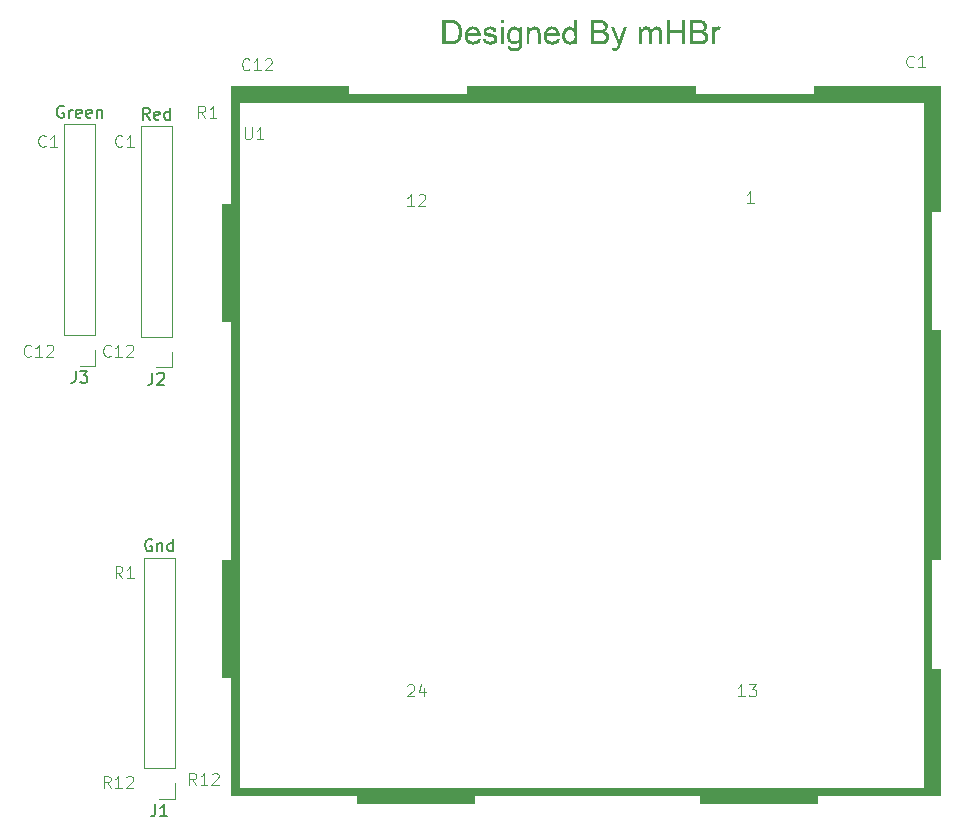
<source format=gbr>
%TF.GenerationSoftware,KiCad,Pcbnew,8.0.6*%
%TF.CreationDate,2024-11-18T08:59:04+03:30*%
%TF.ProjectId,DotMatrix,446f744d-6174-4726-9978-2e6b69636164,rev?*%
%TF.SameCoordinates,Original*%
%TF.FileFunction,Legend,Top*%
%TF.FilePolarity,Positive*%
%FSLAX46Y46*%
G04 Gerber Fmt 4.6, Leading zero omitted, Abs format (unit mm)*
G04 Created by KiCad (PCBNEW 8.0.6) date 2024-11-18 08:59:04*
%MOMM*%
%LPD*%
G01*
G04 APERTURE LIST*
%ADD10C,0.100000*%
%ADD11C,0.150000*%
%ADD12C,0.120000*%
G04 APERTURE END LIST*
D10*
X95625312Y-73777180D02*
X95577693Y-73824800D01*
X95577693Y-73824800D02*
X95434836Y-73872419D01*
X95434836Y-73872419D02*
X95339598Y-73872419D01*
X95339598Y-73872419D02*
X95196741Y-73824800D01*
X95196741Y-73824800D02*
X95101503Y-73729561D01*
X95101503Y-73729561D02*
X95053884Y-73634323D01*
X95053884Y-73634323D02*
X95006265Y-73443847D01*
X95006265Y-73443847D02*
X95006265Y-73300990D01*
X95006265Y-73300990D02*
X95053884Y-73110514D01*
X95053884Y-73110514D02*
X95101503Y-73015276D01*
X95101503Y-73015276D02*
X95196741Y-72920038D01*
X95196741Y-72920038D02*
X95339598Y-72872419D01*
X95339598Y-72872419D02*
X95434836Y-72872419D01*
X95434836Y-72872419D02*
X95577693Y-72920038D01*
X95577693Y-72920038D02*
X95625312Y-72967657D01*
X96577693Y-73872419D02*
X96006265Y-73872419D01*
X96291979Y-73872419D02*
X96291979Y-72872419D01*
X96291979Y-72872419D02*
X96196741Y-73015276D01*
X96196741Y-73015276D02*
X96101503Y-73110514D01*
X96101503Y-73110514D02*
X96006265Y-73158133D01*
X101125312Y-91527180D02*
X101077693Y-91574800D01*
X101077693Y-91574800D02*
X100934836Y-91622419D01*
X100934836Y-91622419D02*
X100839598Y-91622419D01*
X100839598Y-91622419D02*
X100696741Y-91574800D01*
X100696741Y-91574800D02*
X100601503Y-91479561D01*
X100601503Y-91479561D02*
X100553884Y-91384323D01*
X100553884Y-91384323D02*
X100506265Y-91193847D01*
X100506265Y-91193847D02*
X100506265Y-91050990D01*
X100506265Y-91050990D02*
X100553884Y-90860514D01*
X100553884Y-90860514D02*
X100601503Y-90765276D01*
X100601503Y-90765276D02*
X100696741Y-90670038D01*
X100696741Y-90670038D02*
X100839598Y-90622419D01*
X100839598Y-90622419D02*
X100934836Y-90622419D01*
X100934836Y-90622419D02*
X101077693Y-90670038D01*
X101077693Y-90670038D02*
X101125312Y-90717657D01*
X102077693Y-91622419D02*
X101506265Y-91622419D01*
X101791979Y-91622419D02*
X101791979Y-90622419D01*
X101791979Y-90622419D02*
X101696741Y-90765276D01*
X101696741Y-90765276D02*
X101601503Y-90860514D01*
X101601503Y-90860514D02*
X101506265Y-90908133D01*
X102458646Y-90717657D02*
X102506265Y-90670038D01*
X102506265Y-90670038D02*
X102601503Y-90622419D01*
X102601503Y-90622419D02*
X102839598Y-90622419D01*
X102839598Y-90622419D02*
X102934836Y-90670038D01*
X102934836Y-90670038D02*
X102982455Y-90717657D01*
X102982455Y-90717657D02*
X103030074Y-90812895D01*
X103030074Y-90812895D02*
X103030074Y-90908133D01*
X103030074Y-90908133D02*
X102982455Y-91050990D01*
X102982455Y-91050990D02*
X102411027Y-91622419D01*
X102411027Y-91622419D02*
X103030074Y-91622419D01*
X112875312Y-67277180D02*
X112827693Y-67324800D01*
X112827693Y-67324800D02*
X112684836Y-67372419D01*
X112684836Y-67372419D02*
X112589598Y-67372419D01*
X112589598Y-67372419D02*
X112446741Y-67324800D01*
X112446741Y-67324800D02*
X112351503Y-67229561D01*
X112351503Y-67229561D02*
X112303884Y-67134323D01*
X112303884Y-67134323D02*
X112256265Y-66943847D01*
X112256265Y-66943847D02*
X112256265Y-66800990D01*
X112256265Y-66800990D02*
X112303884Y-66610514D01*
X112303884Y-66610514D02*
X112351503Y-66515276D01*
X112351503Y-66515276D02*
X112446741Y-66420038D01*
X112446741Y-66420038D02*
X112589598Y-66372419D01*
X112589598Y-66372419D02*
X112684836Y-66372419D01*
X112684836Y-66372419D02*
X112827693Y-66420038D01*
X112827693Y-66420038D02*
X112875312Y-66467657D01*
X113827693Y-67372419D02*
X113256265Y-67372419D01*
X113541979Y-67372419D02*
X113541979Y-66372419D01*
X113541979Y-66372419D02*
X113446741Y-66515276D01*
X113446741Y-66515276D02*
X113351503Y-66610514D01*
X113351503Y-66610514D02*
X113256265Y-66658133D01*
X114208646Y-66467657D02*
X114256265Y-66420038D01*
X114256265Y-66420038D02*
X114351503Y-66372419D01*
X114351503Y-66372419D02*
X114589598Y-66372419D01*
X114589598Y-66372419D02*
X114684836Y-66420038D01*
X114684836Y-66420038D02*
X114732455Y-66467657D01*
X114732455Y-66467657D02*
X114780074Y-66562895D01*
X114780074Y-66562895D02*
X114780074Y-66658133D01*
X114780074Y-66658133D02*
X114732455Y-66800990D01*
X114732455Y-66800990D02*
X114161027Y-67372419D01*
X114161027Y-67372419D02*
X114780074Y-67372419D01*
X109125312Y-71372419D02*
X108791979Y-70896228D01*
X108553884Y-71372419D02*
X108553884Y-70372419D01*
X108553884Y-70372419D02*
X108934836Y-70372419D01*
X108934836Y-70372419D02*
X109030074Y-70420038D01*
X109030074Y-70420038D02*
X109077693Y-70467657D01*
X109077693Y-70467657D02*
X109125312Y-70562895D01*
X109125312Y-70562895D02*
X109125312Y-70705752D01*
X109125312Y-70705752D02*
X109077693Y-70800990D01*
X109077693Y-70800990D02*
X109030074Y-70848609D01*
X109030074Y-70848609D02*
X108934836Y-70896228D01*
X108934836Y-70896228D02*
X108553884Y-70896228D01*
X110077693Y-71372419D02*
X109506265Y-71372419D01*
X109791979Y-71372419D02*
X109791979Y-70372419D01*
X109791979Y-70372419D02*
X109696741Y-70515276D01*
X109696741Y-70515276D02*
X109601503Y-70610514D01*
X109601503Y-70610514D02*
X109506265Y-70658133D01*
G36*
X130021087Y-63129731D02*
G01*
X130128889Y-63136171D01*
X130228093Y-63148765D01*
X130269574Y-63157208D01*
X130372690Y-63188635D01*
X130465884Y-63232847D01*
X130549156Y-63289843D01*
X130564619Y-63302777D01*
X130639419Y-63375409D01*
X130704082Y-63457505D01*
X130758609Y-63549065D01*
X130803000Y-63650090D01*
X130833835Y-63745312D01*
X130857096Y-63846332D01*
X130872784Y-63953148D01*
X130880898Y-64065761D01*
X130882135Y-64132714D01*
X130879564Y-64231489D01*
X130870328Y-64338193D01*
X130854376Y-64438302D01*
X130828401Y-64543042D01*
X130796017Y-64638740D01*
X130754324Y-64733652D01*
X130701519Y-64824169D01*
X130691137Y-64839064D01*
X130625924Y-64919985D01*
X130550316Y-64991835D01*
X130507466Y-65023712D01*
X130419963Y-65072766D01*
X130326884Y-65108601D01*
X130267131Y-65125317D01*
X130165447Y-65145063D01*
X130064392Y-65155901D01*
X129966426Y-65159864D01*
X129943754Y-65160000D01*
X129216887Y-65160000D01*
X129216887Y-64909895D01*
X129483600Y-64909895D01*
X129913468Y-64909895D01*
X130018775Y-64906997D01*
X130119830Y-64896979D01*
X130218932Y-64875512D01*
X130226099Y-64873258D01*
X130316472Y-64835071D01*
X130398233Y-64777460D01*
X130406838Y-64769211D01*
X130472005Y-64689069D01*
X130521362Y-64599674D01*
X130554361Y-64515198D01*
X130580100Y-64420251D01*
X130597415Y-64314562D01*
X130605734Y-64211599D01*
X130607606Y-64128806D01*
X130603948Y-64015972D01*
X130592974Y-63913407D01*
X130570925Y-63806728D01*
X130538918Y-63714027D01*
X130503558Y-63645694D01*
X130441752Y-63559432D01*
X130364739Y-63484251D01*
X130278949Y-63430823D01*
X130251500Y-63419036D01*
X130152856Y-63394032D01*
X130054711Y-63382852D01*
X129950083Y-63378364D01*
X129906629Y-63378004D01*
X129483600Y-63378004D01*
X129483600Y-64909895D01*
X129216887Y-64909895D01*
X129216887Y-63127899D01*
X129910537Y-63127899D01*
X130021087Y-63129731D01*
G37*
G36*
X131910832Y-63666533D02*
G01*
X132009224Y-63688017D01*
X132114464Y-63731183D01*
X132209419Y-63793844D01*
X132282623Y-63863070D01*
X132345707Y-63945279D01*
X132395738Y-64039131D01*
X132432718Y-64144627D01*
X132453565Y-64241434D01*
X132465348Y-64346327D01*
X132468248Y-64436064D01*
X132467271Y-64503475D01*
X131378925Y-64503475D01*
X131392541Y-64603278D01*
X131424063Y-64700741D01*
X131479208Y-64790634D01*
X131514724Y-64828318D01*
X131597223Y-64887823D01*
X131691456Y-64925290D01*
X131797425Y-64940717D01*
X131820027Y-64941158D01*
X131923834Y-64932532D01*
X132021020Y-64903948D01*
X132052058Y-64888890D01*
X132133474Y-64826257D01*
X132193581Y-64743203D01*
X132204466Y-64722316D01*
X132460432Y-64753579D01*
X132423704Y-64851796D01*
X132374092Y-64938349D01*
X132302879Y-65021781D01*
X132236217Y-65076468D01*
X132148931Y-65126691D01*
X132050226Y-65162564D01*
X131954493Y-65182182D01*
X131850018Y-65190814D01*
X131818562Y-65191263D01*
X131703232Y-65184307D01*
X131597209Y-65163442D01*
X131500495Y-65128666D01*
X131413088Y-65079979D01*
X131334990Y-65017383D01*
X131311025Y-64993426D01*
X131247278Y-64913455D01*
X131196720Y-64822288D01*
X131159351Y-64719924D01*
X131135170Y-64606362D01*
X131125095Y-64503174D01*
X131123447Y-64437529D01*
X131128074Y-64326015D01*
X131137824Y-64253370D01*
X131392602Y-64253370D01*
X132207397Y-64253370D01*
X132186491Y-64150742D01*
X132140743Y-64057751D01*
X132114096Y-64026713D01*
X132033343Y-63964889D01*
X131938852Y-63925963D01*
X131842063Y-63910507D01*
X131807327Y-63909476D01*
X131706329Y-63918635D01*
X131607352Y-63949868D01*
X131521074Y-64003265D01*
X131453440Y-64074913D01*
X131407702Y-64170191D01*
X131392602Y-64253370D01*
X131137824Y-64253370D01*
X131141956Y-64222586D01*
X131165092Y-64127243D01*
X131205072Y-64023505D01*
X131258378Y-63931410D01*
X131312979Y-63863558D01*
X131388021Y-63794167D01*
X131470997Y-63739132D01*
X131561907Y-63698454D01*
X131660751Y-63672133D01*
X131767529Y-63660169D01*
X131804884Y-63659371D01*
X131910832Y-63666533D01*
G37*
G36*
X132664131Y-64722316D02*
G01*
X132908862Y-64691053D01*
X132940932Y-64786209D01*
X133006627Y-64864090D01*
X133023656Y-64876678D01*
X133112592Y-64918426D01*
X133216582Y-64938072D01*
X133286950Y-64941158D01*
X133384657Y-64935386D01*
X133486144Y-64910623D01*
X133539497Y-64882051D01*
X133606250Y-64809065D01*
X133622051Y-64743321D01*
X133580835Y-64653379D01*
X133548778Y-64630969D01*
X133452201Y-64596974D01*
X133355591Y-64572855D01*
X133296231Y-64559651D01*
X133200072Y-64533776D01*
X133102733Y-64505326D01*
X133001075Y-64471494D01*
X132919120Y-64437529D01*
X132836948Y-64384649D01*
X132770487Y-64311183D01*
X132759874Y-64294403D01*
X132720955Y-64204579D01*
X132705864Y-64106384D01*
X132705652Y-64092658D01*
X132718198Y-63990015D01*
X132750104Y-63906545D01*
X132806815Y-63823470D01*
X132871737Y-63763907D01*
X132960199Y-63714715D01*
X133029030Y-63690146D01*
X133125565Y-63668057D01*
X133228326Y-63659492D01*
X133242498Y-63659371D01*
X133345814Y-63664190D01*
X133449876Y-63680619D01*
X133543893Y-63708709D01*
X133638181Y-63754203D01*
X133714476Y-63816179D01*
X133735380Y-63841577D01*
X133785061Y-63932445D01*
X133814400Y-64031514D01*
X133820865Y-64065792D01*
X133579064Y-64097055D01*
X133537299Y-64005838D01*
X133483321Y-63959302D01*
X133388311Y-63921933D01*
X133287016Y-63909914D01*
X133260572Y-63909476D01*
X133154910Y-63915075D01*
X133053824Y-63938396D01*
X133017306Y-63956859D01*
X132951629Y-64029399D01*
X132944521Y-64067257D01*
X132974808Y-64140041D01*
X133061647Y-64192506D01*
X133069574Y-64195240D01*
X133164462Y-64219667D01*
X133265836Y-64243411D01*
X133287927Y-64248485D01*
X133395094Y-64278662D01*
X133498966Y-64310116D01*
X133592101Y-64341633D01*
X133653803Y-64366210D01*
X133741473Y-64418381D01*
X133809393Y-64488799D01*
X133816957Y-64499567D01*
X133859382Y-64590879D01*
X133875544Y-64692953D01*
X133876064Y-64716943D01*
X133864132Y-64817717D01*
X133828337Y-64913654D01*
X133803768Y-64956301D01*
X133740845Y-65033421D01*
X133659787Y-65096252D01*
X133595673Y-65130202D01*
X133498040Y-65164966D01*
X133401869Y-65184047D01*
X133298638Y-65191203D01*
X133287927Y-65191263D01*
X133186055Y-65187107D01*
X133079185Y-65171753D01*
X132972848Y-65140352D01*
X132883363Y-65094175D01*
X132854152Y-65073049D01*
X132778885Y-64997512D01*
X132720698Y-64903892D01*
X132683313Y-64805492D01*
X132664131Y-64722316D01*
G37*
G36*
X134163782Y-63378004D02*
G01*
X134163782Y-63127899D01*
X134410956Y-63127899D01*
X134410956Y-63378004D01*
X134163782Y-63378004D01*
G37*
G36*
X134163782Y-65160000D02*
G01*
X134163782Y-63690635D01*
X134410956Y-63690635D01*
X134410956Y-65160000D01*
X134163782Y-65160000D01*
G37*
G36*
X135429222Y-63669843D02*
G01*
X135529233Y-63701259D01*
X135620548Y-63753619D01*
X135703168Y-63826922D01*
X135746475Y-63878213D01*
X135746475Y-63690635D01*
X135974598Y-63690635D01*
X135974598Y-64959232D01*
X135972905Y-65061504D01*
X135966402Y-65171321D01*
X135952651Y-65281644D01*
X135928807Y-65384256D01*
X135905233Y-65444787D01*
X135853961Y-65528373D01*
X135786852Y-65600224D01*
X135703905Y-65660341D01*
X135685415Y-65670956D01*
X135595298Y-65711098D01*
X135494207Y-65738103D01*
X135395136Y-65751079D01*
X135315143Y-65753998D01*
X135205812Y-65748388D01*
X135106065Y-65731558D01*
X135003804Y-65698586D01*
X134914060Y-65650958D01*
X134893579Y-65636762D01*
X134816317Y-65561740D01*
X134765329Y-65468016D01*
X134742065Y-65369007D01*
X134738241Y-65285052D01*
X134978576Y-65316315D01*
X135018494Y-65410196D01*
X135062595Y-65448206D01*
X135155854Y-65486274D01*
X135256330Y-65501936D01*
X135313677Y-65503893D01*
X135413464Y-65497740D01*
X135512932Y-65474109D01*
X135578925Y-65440879D01*
X135653085Y-65370640D01*
X135700626Y-65278076D01*
X135704954Y-65264047D01*
X135718657Y-65165422D01*
X135722664Y-65062344D01*
X135723028Y-64972421D01*
X135648265Y-65045511D01*
X135565883Y-65100648D01*
X135462400Y-65141681D01*
X135363688Y-65158351D01*
X135319050Y-65160000D01*
X135211150Y-65152323D01*
X135112764Y-65129294D01*
X135010005Y-65083022D01*
X134920196Y-65015852D01*
X134853524Y-64941646D01*
X134797579Y-64856707D01*
X134753208Y-64765654D01*
X134720413Y-64668487D01*
X134699193Y-64565207D01*
X134689547Y-64455813D01*
X134688904Y-64417990D01*
X134689685Y-64400893D01*
X134942916Y-64400893D01*
X134948363Y-64510090D01*
X134967925Y-64618114D01*
X135006939Y-64718256D01*
X135056734Y-64788262D01*
X135133804Y-64852404D01*
X135231584Y-64895522D01*
X135332296Y-64909776D01*
X135342986Y-64909895D01*
X135443889Y-64898064D01*
X135542540Y-64857722D01*
X135621003Y-64796204D01*
X135628262Y-64788750D01*
X135689313Y-64699535D01*
X135724926Y-64596156D01*
X135741207Y-64485903D01*
X135744033Y-64408220D01*
X135738330Y-64305902D01*
X135717844Y-64203221D01*
X135676988Y-64105878D01*
X135624842Y-64035505D01*
X135545883Y-63969045D01*
X135457383Y-63927199D01*
X135359343Y-63909968D01*
X135338590Y-63909476D01*
X135240473Y-63921593D01*
X135143564Y-63962911D01*
X135065482Y-64025918D01*
X135058199Y-64033551D01*
X134997406Y-64122528D01*
X134961943Y-64222675D01*
X134945731Y-64327653D01*
X134942916Y-64400893D01*
X134689685Y-64400893D01*
X134693606Y-64315011D01*
X134707711Y-64216123D01*
X134734819Y-64109764D01*
X134764131Y-64030621D01*
X134812091Y-63937017D01*
X134870794Y-63856243D01*
X134948618Y-63781539D01*
X134983461Y-63756092D01*
X135078086Y-63705087D01*
X135171569Y-63675334D01*
X135272934Y-63660883D01*
X135320516Y-63659371D01*
X135429222Y-63669843D01*
G37*
G36*
X136340963Y-65160000D02*
G01*
X136340963Y-63690635D01*
X136563224Y-63690635D01*
X136563224Y-63898241D01*
X136628522Y-63817063D01*
X136703884Y-63752680D01*
X136789310Y-63705093D01*
X136884800Y-63674301D01*
X136990353Y-63660305D01*
X137027773Y-63659371D01*
X137131388Y-63667272D01*
X137227908Y-63690974D01*
X137270062Y-63707243D01*
X137356335Y-63754500D01*
X137428601Y-63822705D01*
X137435659Y-63832295D01*
X137484933Y-63922572D01*
X137512840Y-64015966D01*
X137523512Y-64118512D01*
X137526397Y-64226258D01*
X137526517Y-64257766D01*
X137526517Y-65160000D01*
X137279344Y-65160000D01*
X137279344Y-64291472D01*
X137275291Y-64190974D01*
X137257278Y-64089674D01*
X137250523Y-64070188D01*
X137193341Y-63986850D01*
X137147941Y-63953440D01*
X137051802Y-63916732D01*
X136975505Y-63909476D01*
X136872111Y-63921078D01*
X136778875Y-63955884D01*
X136702930Y-64007662D01*
X136642394Y-64086249D01*
X136607082Y-64186425D01*
X136592172Y-64283628D01*
X136588136Y-64380376D01*
X136588136Y-65160000D01*
X136340963Y-65160000D01*
G37*
G36*
X138603086Y-63666533D02*
G01*
X138701478Y-63688017D01*
X138806718Y-63731183D01*
X138901673Y-63793844D01*
X138974877Y-63863070D01*
X139037961Y-63945279D01*
X139087992Y-64039131D01*
X139124972Y-64144627D01*
X139145819Y-64241434D01*
X139157602Y-64346327D01*
X139160502Y-64436064D01*
X139159525Y-64503475D01*
X138071179Y-64503475D01*
X138084795Y-64603278D01*
X138116317Y-64700741D01*
X138171462Y-64790634D01*
X138206978Y-64828318D01*
X138289477Y-64887823D01*
X138383710Y-64925290D01*
X138489679Y-64940717D01*
X138512281Y-64941158D01*
X138616088Y-64932532D01*
X138713274Y-64903948D01*
X138744312Y-64888890D01*
X138825728Y-64826257D01*
X138885835Y-64743203D01*
X138896720Y-64722316D01*
X139152686Y-64753579D01*
X139115958Y-64851796D01*
X139066346Y-64938349D01*
X138995133Y-65021781D01*
X138928471Y-65076468D01*
X138841185Y-65126691D01*
X138742480Y-65162564D01*
X138646747Y-65182182D01*
X138542272Y-65190814D01*
X138510816Y-65191263D01*
X138395486Y-65184307D01*
X138289463Y-65163442D01*
X138192749Y-65128666D01*
X138105342Y-65079979D01*
X138027244Y-65017383D01*
X138003279Y-64993426D01*
X137939532Y-64913455D01*
X137888974Y-64822288D01*
X137851605Y-64719924D01*
X137827424Y-64606362D01*
X137817349Y-64503174D01*
X137815701Y-64437529D01*
X137820328Y-64326015D01*
X137830078Y-64253370D01*
X138084856Y-64253370D01*
X138899651Y-64253370D01*
X138878745Y-64150742D01*
X138832997Y-64057751D01*
X138806350Y-64026713D01*
X138725597Y-63964889D01*
X138631106Y-63925963D01*
X138534317Y-63910507D01*
X138499581Y-63909476D01*
X138398583Y-63918635D01*
X138299606Y-63949868D01*
X138213328Y-64003265D01*
X138145694Y-64074913D01*
X138099956Y-64170191D01*
X138084856Y-64253370D01*
X137830078Y-64253370D01*
X137834210Y-64222586D01*
X137857346Y-64127243D01*
X137897326Y-64023505D01*
X137950632Y-63931410D01*
X138005233Y-63863558D01*
X138080275Y-63794167D01*
X138163251Y-63739132D01*
X138254161Y-63698454D01*
X138353005Y-63672133D01*
X138459783Y-63660169D01*
X138497138Y-63659371D01*
X138603086Y-63666533D01*
G37*
G36*
X140631332Y-65160000D02*
G01*
X140402233Y-65160000D01*
X140402233Y-64924061D01*
X140345624Y-65014868D01*
X140267989Y-65097064D01*
X140177873Y-65153687D01*
X140075274Y-65184739D01*
X139994347Y-65191263D01*
X139887815Y-65181817D01*
X139786817Y-65153481D01*
X139691352Y-65106255D01*
X139672923Y-65094542D01*
X139595944Y-65034109D01*
X139529320Y-64961621D01*
X139473052Y-64877077D01*
X139446266Y-64824898D01*
X139407540Y-64723297D01*
X139383757Y-64626172D01*
X139369988Y-64522636D01*
X139366154Y-64426782D01*
X139366195Y-64425806D01*
X139620167Y-64425806D01*
X139625824Y-64532832D01*
X139646142Y-64639864D01*
X139686662Y-64740787D01*
X139738381Y-64813175D01*
X139816414Y-64880666D01*
X139911838Y-64926035D01*
X140017306Y-64941158D01*
X140123031Y-64926728D01*
X140217211Y-64883436D01*
X140292812Y-64819036D01*
X140352575Y-64729812D01*
X140387437Y-64627974D01*
X140403374Y-64520324D01*
X140406140Y-64444856D01*
X140402070Y-64346345D01*
X140387034Y-64244480D01*
X140356282Y-64145295D01*
X140304389Y-64055680D01*
X140290369Y-64038925D01*
X140213070Y-63970661D01*
X140125276Y-63927680D01*
X140026988Y-63909982D01*
X140006071Y-63909476D01*
X139908431Y-63921641D01*
X139813148Y-63963121D01*
X139737548Y-64026376D01*
X139730565Y-64034040D01*
X139672347Y-64125612D01*
X139641298Y-64219065D01*
X139625450Y-64315563D01*
X139620167Y-64425806D01*
X139366195Y-64425806D01*
X139370703Y-64319651D01*
X139384351Y-64217588D01*
X139407096Y-64120594D01*
X139438939Y-64028667D01*
X139485637Y-63934707D01*
X139543851Y-63853962D01*
X139622037Y-63779745D01*
X139657292Y-63754626D01*
X139751659Y-63704394D01*
X139852801Y-63672767D01*
X139960716Y-63659744D01*
X139983112Y-63659371D01*
X140085517Y-63670658D01*
X140178409Y-63704518D01*
X140218073Y-63727759D01*
X140295449Y-63789700D01*
X140360087Y-63865184D01*
X140385624Y-63904591D01*
X140385624Y-63127899D01*
X140631332Y-63127899D01*
X140631332Y-65160000D01*
G37*
G36*
X142676500Y-63131715D02*
G01*
X142774808Y-63143164D01*
X142871682Y-63165168D01*
X142936985Y-63188960D01*
X143025818Y-63238396D01*
X143100221Y-63303416D01*
X143155338Y-63376050D01*
X143200392Y-63464416D01*
X143228213Y-63563976D01*
X143234473Y-63640809D01*
X143222863Y-63742693D01*
X143188036Y-63839579D01*
X143164131Y-63882609D01*
X143101643Y-63961492D01*
X143018959Y-64028148D01*
X142952616Y-64065792D01*
X143048697Y-64102671D01*
X143139773Y-64157969D01*
X143214343Y-64228342D01*
X143233496Y-64252393D01*
X143285273Y-64339452D01*
X143317874Y-64435766D01*
X143331298Y-64541334D01*
X143331681Y-64563558D01*
X143323232Y-64669186D01*
X143297884Y-64769180D01*
X143271598Y-64832714D01*
X143222917Y-64917802D01*
X143156052Y-64996929D01*
X143124075Y-65024200D01*
X143038630Y-65076587D01*
X142944051Y-65114180D01*
X142903768Y-65125806D01*
X142805657Y-65145273D01*
X142704144Y-65155959D01*
X142602748Y-65159866D01*
X142578925Y-65160000D01*
X141811025Y-65160000D01*
X141811025Y-64909895D01*
X142077739Y-64909895D01*
X142578925Y-64909895D01*
X142677326Y-64908025D01*
X142760153Y-64900125D01*
X142858938Y-64873233D01*
X142914026Y-64845903D01*
X142988707Y-64776679D01*
X143015631Y-64734528D01*
X143049076Y-64640003D01*
X143055687Y-64566001D01*
X143043022Y-64467569D01*
X143001592Y-64376772D01*
X142998046Y-64371584D01*
X142929169Y-64301364D01*
X142837822Y-64255812D01*
X142739957Y-64233989D01*
X142633849Y-64224214D01*
X142543265Y-64222107D01*
X142077739Y-64222107D01*
X142077739Y-64909895D01*
X141811025Y-64909895D01*
X141811025Y-63972002D01*
X142077739Y-63972002D01*
X142513468Y-63972002D01*
X142614256Y-63969760D01*
X142716184Y-63960142D01*
X142767480Y-63949043D01*
X142861236Y-63906873D01*
X142920376Y-63851346D01*
X142963202Y-63757909D01*
X142971667Y-63679888D01*
X142958019Y-63582321D01*
X142923307Y-63507452D01*
X142851822Y-63435813D01*
X142786043Y-63405847D01*
X142683755Y-63386814D01*
X142580696Y-63379744D01*
X142480251Y-63378004D01*
X142077739Y-63378004D01*
X142077739Y-63972002D01*
X141811025Y-63972002D01*
X141811025Y-63127899D01*
X142566713Y-63127899D01*
X142676500Y-63131715D01*
G37*
G36*
X143645289Y-65722735D02*
G01*
X143617934Y-65481912D01*
X143715527Y-65501296D01*
X143759595Y-65503893D01*
X143856966Y-65490733D01*
X143890997Y-65476050D01*
X143966061Y-65408415D01*
X143972086Y-65399357D01*
X144012653Y-65310018D01*
X144047801Y-65215198D01*
X144069783Y-65154626D01*
X143516329Y-63690635D01*
X143782554Y-63690635D01*
X144086392Y-64519106D01*
X144122141Y-64619294D01*
X144155505Y-64722629D01*
X144183493Y-64818323D01*
X144192393Y-64850788D01*
X144223573Y-64753197D01*
X144255325Y-64659469D01*
X144290320Y-64560970D01*
X144293998Y-64550858D01*
X144605652Y-63690635D01*
X144852826Y-63690635D01*
X144297906Y-65188332D01*
X144260713Y-65286112D01*
X144222901Y-65380344D01*
X144182678Y-65471858D01*
X144159176Y-65518548D01*
X144102371Y-65606652D01*
X144033983Y-65677552D01*
X144007745Y-65696845D01*
X143914445Y-65739710D01*
X143811891Y-65753942D01*
X143804535Y-65753998D01*
X143703777Y-65740534D01*
X143645289Y-65722735D01*
G37*
G36*
X145833217Y-65160000D02*
G01*
X145833217Y-63690635D01*
X146054501Y-63690635D01*
X146054501Y-63932435D01*
X146112478Y-63846912D01*
X146183094Y-63774990D01*
X146237194Y-63734598D01*
X146327022Y-63688757D01*
X146425780Y-63664073D01*
X146496580Y-63659371D01*
X146601150Y-63668434D01*
X146699428Y-63698991D01*
X146762316Y-63736064D01*
X146836697Y-63808137D01*
X146887324Y-63892699D01*
X146908862Y-63950020D01*
X146965465Y-63866289D01*
X147040157Y-63784544D01*
X147122234Y-63723235D01*
X147211696Y-63682362D01*
X147308542Y-63661926D01*
X147359734Y-63659371D01*
X147461919Y-63666943D01*
X147561915Y-63693562D01*
X147654441Y-63745616D01*
X147693370Y-63780516D01*
X147754936Y-63868710D01*
X147790850Y-63969947D01*
X147807268Y-64077322D01*
X147810118Y-64152742D01*
X147810118Y-65160000D01*
X147563921Y-65160000D01*
X147563921Y-64260209D01*
X147559971Y-64155795D01*
X147541458Y-64055674D01*
X147539986Y-64051625D01*
X147481825Y-63969651D01*
X147452547Y-63948555D01*
X147360373Y-63914094D01*
X147304535Y-63909476D01*
X147204924Y-63921309D01*
X147110345Y-63961208D01*
X147049057Y-64009616D01*
X146991210Y-64092719D01*
X146959458Y-64193011D01*
X146948345Y-64290212D01*
X146947452Y-64330551D01*
X146947452Y-65160000D01*
X146699790Y-65160000D01*
X146699790Y-64232365D01*
X146692633Y-64130786D01*
X146665718Y-64035444D01*
X146639218Y-63990076D01*
X146559717Y-63929626D01*
X146458297Y-63909791D01*
X146441381Y-63909476D01*
X146341120Y-63922909D01*
X146248429Y-63963210D01*
X146172103Y-64029399D01*
X146122508Y-64114078D01*
X146119958Y-64120502D01*
X146094339Y-64219719D01*
X146082863Y-64327223D01*
X146080390Y-64418967D01*
X146080390Y-65160000D01*
X145833217Y-65160000D01*
G37*
G36*
X148203838Y-65160000D02*
G01*
X148203838Y-63127899D01*
X148470551Y-63127899D01*
X148470551Y-63940739D01*
X149517376Y-63940739D01*
X149517376Y-63127899D01*
X149784089Y-63127899D01*
X149784089Y-65160000D01*
X149517376Y-65160000D01*
X149517376Y-64190844D01*
X148470551Y-64190844D01*
X148470551Y-65160000D01*
X148203838Y-65160000D01*
G37*
G36*
X151070638Y-63131715D02*
G01*
X151168946Y-63143164D01*
X151265820Y-63165168D01*
X151331123Y-63188960D01*
X151419956Y-63238396D01*
X151494359Y-63303416D01*
X151549476Y-63376050D01*
X151594530Y-63464416D01*
X151622351Y-63563976D01*
X151628611Y-63640809D01*
X151617002Y-63742693D01*
X151582174Y-63839579D01*
X151558269Y-63882609D01*
X151495781Y-63961492D01*
X151413097Y-64028148D01*
X151346755Y-64065792D01*
X151442835Y-64102671D01*
X151533911Y-64157969D01*
X151608481Y-64228342D01*
X151627634Y-64252393D01*
X151679411Y-64339452D01*
X151712012Y-64435766D01*
X151725436Y-64541334D01*
X151725819Y-64563558D01*
X151717370Y-64669186D01*
X151692022Y-64769180D01*
X151665736Y-64832714D01*
X151617055Y-64917802D01*
X151550190Y-64996929D01*
X151518213Y-65024200D01*
X151432768Y-65076587D01*
X151338189Y-65114180D01*
X151297906Y-65125806D01*
X151199795Y-65145273D01*
X151098282Y-65155959D01*
X150996886Y-65159866D01*
X150973063Y-65160000D01*
X150205163Y-65160000D01*
X150205163Y-64909895D01*
X150471877Y-64909895D01*
X150973063Y-64909895D01*
X151071464Y-64908025D01*
X151154291Y-64900125D01*
X151253076Y-64873233D01*
X151308164Y-64845903D01*
X151382845Y-64776679D01*
X151409769Y-64734528D01*
X151443214Y-64640003D01*
X151449825Y-64566001D01*
X151437160Y-64467569D01*
X151395730Y-64376772D01*
X151392184Y-64371584D01*
X151323307Y-64301364D01*
X151231960Y-64255812D01*
X151134095Y-64233989D01*
X151027987Y-64224214D01*
X150937404Y-64222107D01*
X150471877Y-64222107D01*
X150471877Y-64909895D01*
X150205163Y-64909895D01*
X150205163Y-63972002D01*
X150471877Y-63972002D01*
X150907606Y-63972002D01*
X151008394Y-63969760D01*
X151110322Y-63960142D01*
X151161618Y-63949043D01*
X151255374Y-63906873D01*
X151314515Y-63851346D01*
X151357340Y-63757909D01*
X151365806Y-63679888D01*
X151352157Y-63582321D01*
X151317445Y-63507452D01*
X151245960Y-63435813D01*
X151180181Y-63405847D01*
X151077893Y-63386814D01*
X150974834Y-63379744D01*
X150874389Y-63378004D01*
X150471877Y-63378004D01*
X150471877Y-63972002D01*
X150205163Y-63972002D01*
X150205163Y-63127899D01*
X150960851Y-63127899D01*
X151070638Y-63131715D01*
G37*
G36*
X152047732Y-65160000D02*
G01*
X152047732Y-63690635D01*
X152270481Y-63690635D01*
X152270481Y-63908011D01*
X152322364Y-63823174D01*
X152386102Y-63743126D01*
X152427773Y-63707732D01*
X152518619Y-63667353D01*
X152586531Y-63659371D01*
X152688781Y-63672109D01*
X152784311Y-63706479D01*
X152840544Y-63736552D01*
X152755547Y-63965163D01*
X152664811Y-63923398D01*
X152574319Y-63909476D01*
X152474833Y-63930724D01*
X152428262Y-63958813D01*
X152362164Y-64035368D01*
X152336427Y-64095589D01*
X152311125Y-64199179D01*
X152298190Y-64300412D01*
X152294905Y-64387704D01*
X152294905Y-65160000D01*
X152047732Y-65160000D01*
G37*
X102125312Y-110372419D02*
X101791979Y-109896228D01*
X101553884Y-110372419D02*
X101553884Y-109372419D01*
X101553884Y-109372419D02*
X101934836Y-109372419D01*
X101934836Y-109372419D02*
X102030074Y-109420038D01*
X102030074Y-109420038D02*
X102077693Y-109467657D01*
X102077693Y-109467657D02*
X102125312Y-109562895D01*
X102125312Y-109562895D02*
X102125312Y-109705752D01*
X102125312Y-109705752D02*
X102077693Y-109800990D01*
X102077693Y-109800990D02*
X102030074Y-109848609D01*
X102030074Y-109848609D02*
X101934836Y-109896228D01*
X101934836Y-109896228D02*
X101553884Y-109896228D01*
X103077693Y-110372419D02*
X102506265Y-110372419D01*
X102791979Y-110372419D02*
X102791979Y-109372419D01*
X102791979Y-109372419D02*
X102696741Y-109515276D01*
X102696741Y-109515276D02*
X102601503Y-109610514D01*
X102601503Y-109610514D02*
X102506265Y-109658133D01*
X94375312Y-91527180D02*
X94327693Y-91574800D01*
X94327693Y-91574800D02*
X94184836Y-91622419D01*
X94184836Y-91622419D02*
X94089598Y-91622419D01*
X94089598Y-91622419D02*
X93946741Y-91574800D01*
X93946741Y-91574800D02*
X93851503Y-91479561D01*
X93851503Y-91479561D02*
X93803884Y-91384323D01*
X93803884Y-91384323D02*
X93756265Y-91193847D01*
X93756265Y-91193847D02*
X93756265Y-91050990D01*
X93756265Y-91050990D02*
X93803884Y-90860514D01*
X93803884Y-90860514D02*
X93851503Y-90765276D01*
X93851503Y-90765276D02*
X93946741Y-90670038D01*
X93946741Y-90670038D02*
X94089598Y-90622419D01*
X94089598Y-90622419D02*
X94184836Y-90622419D01*
X94184836Y-90622419D02*
X94327693Y-90670038D01*
X94327693Y-90670038D02*
X94375312Y-90717657D01*
X95327693Y-91622419D02*
X94756265Y-91622419D01*
X95041979Y-91622419D02*
X95041979Y-90622419D01*
X95041979Y-90622419D02*
X94946741Y-90765276D01*
X94946741Y-90765276D02*
X94851503Y-90860514D01*
X94851503Y-90860514D02*
X94756265Y-90908133D01*
X95708646Y-90717657D02*
X95756265Y-90670038D01*
X95756265Y-90670038D02*
X95851503Y-90622419D01*
X95851503Y-90622419D02*
X96089598Y-90622419D01*
X96089598Y-90622419D02*
X96184836Y-90670038D01*
X96184836Y-90670038D02*
X96232455Y-90717657D01*
X96232455Y-90717657D02*
X96280074Y-90812895D01*
X96280074Y-90812895D02*
X96280074Y-90908133D01*
X96280074Y-90908133D02*
X96232455Y-91050990D01*
X96232455Y-91050990D02*
X95661027Y-91622419D01*
X95661027Y-91622419D02*
X96280074Y-91622419D01*
X102125312Y-73777180D02*
X102077693Y-73824800D01*
X102077693Y-73824800D02*
X101934836Y-73872419D01*
X101934836Y-73872419D02*
X101839598Y-73872419D01*
X101839598Y-73872419D02*
X101696741Y-73824800D01*
X101696741Y-73824800D02*
X101601503Y-73729561D01*
X101601503Y-73729561D02*
X101553884Y-73634323D01*
X101553884Y-73634323D02*
X101506265Y-73443847D01*
X101506265Y-73443847D02*
X101506265Y-73300990D01*
X101506265Y-73300990D02*
X101553884Y-73110514D01*
X101553884Y-73110514D02*
X101601503Y-73015276D01*
X101601503Y-73015276D02*
X101696741Y-72920038D01*
X101696741Y-72920038D02*
X101839598Y-72872419D01*
X101839598Y-72872419D02*
X101934836Y-72872419D01*
X101934836Y-72872419D02*
X102077693Y-72920038D01*
X102077693Y-72920038D02*
X102125312Y-72967657D01*
X103077693Y-73872419D02*
X102506265Y-73872419D01*
X102791979Y-73872419D02*
X102791979Y-72872419D01*
X102791979Y-72872419D02*
X102696741Y-73015276D01*
X102696741Y-73015276D02*
X102601503Y-73110514D01*
X102601503Y-73110514D02*
X102506265Y-73158133D01*
X101125312Y-128122419D02*
X100791979Y-127646228D01*
X100553884Y-128122419D02*
X100553884Y-127122419D01*
X100553884Y-127122419D02*
X100934836Y-127122419D01*
X100934836Y-127122419D02*
X101030074Y-127170038D01*
X101030074Y-127170038D02*
X101077693Y-127217657D01*
X101077693Y-127217657D02*
X101125312Y-127312895D01*
X101125312Y-127312895D02*
X101125312Y-127455752D01*
X101125312Y-127455752D02*
X101077693Y-127550990D01*
X101077693Y-127550990D02*
X101030074Y-127598609D01*
X101030074Y-127598609D02*
X100934836Y-127646228D01*
X100934836Y-127646228D02*
X100553884Y-127646228D01*
X102077693Y-128122419D02*
X101506265Y-128122419D01*
X101791979Y-128122419D02*
X101791979Y-127122419D01*
X101791979Y-127122419D02*
X101696741Y-127265276D01*
X101696741Y-127265276D02*
X101601503Y-127360514D01*
X101601503Y-127360514D02*
X101506265Y-127408133D01*
X102458646Y-127217657D02*
X102506265Y-127170038D01*
X102506265Y-127170038D02*
X102601503Y-127122419D01*
X102601503Y-127122419D02*
X102839598Y-127122419D01*
X102839598Y-127122419D02*
X102934836Y-127170038D01*
X102934836Y-127170038D02*
X102982455Y-127217657D01*
X102982455Y-127217657D02*
X103030074Y-127312895D01*
X103030074Y-127312895D02*
X103030074Y-127408133D01*
X103030074Y-127408133D02*
X102982455Y-127550990D01*
X102982455Y-127550990D02*
X102411027Y-128122419D01*
X102411027Y-128122419D02*
X103030074Y-128122419D01*
X108375312Y-127872419D02*
X108041979Y-127396228D01*
X107803884Y-127872419D02*
X107803884Y-126872419D01*
X107803884Y-126872419D02*
X108184836Y-126872419D01*
X108184836Y-126872419D02*
X108280074Y-126920038D01*
X108280074Y-126920038D02*
X108327693Y-126967657D01*
X108327693Y-126967657D02*
X108375312Y-127062895D01*
X108375312Y-127062895D02*
X108375312Y-127205752D01*
X108375312Y-127205752D02*
X108327693Y-127300990D01*
X108327693Y-127300990D02*
X108280074Y-127348609D01*
X108280074Y-127348609D02*
X108184836Y-127396228D01*
X108184836Y-127396228D02*
X107803884Y-127396228D01*
X109327693Y-127872419D02*
X108756265Y-127872419D01*
X109041979Y-127872419D02*
X109041979Y-126872419D01*
X109041979Y-126872419D02*
X108946741Y-127015276D01*
X108946741Y-127015276D02*
X108851503Y-127110514D01*
X108851503Y-127110514D02*
X108756265Y-127158133D01*
X109708646Y-126967657D02*
X109756265Y-126920038D01*
X109756265Y-126920038D02*
X109851503Y-126872419D01*
X109851503Y-126872419D02*
X110089598Y-126872419D01*
X110089598Y-126872419D02*
X110184836Y-126920038D01*
X110184836Y-126920038D02*
X110232455Y-126967657D01*
X110232455Y-126967657D02*
X110280074Y-127062895D01*
X110280074Y-127062895D02*
X110280074Y-127158133D01*
X110280074Y-127158133D02*
X110232455Y-127300990D01*
X110232455Y-127300990D02*
X109661027Y-127872419D01*
X109661027Y-127872419D02*
X110280074Y-127872419D01*
X169125312Y-67027180D02*
X169077693Y-67074800D01*
X169077693Y-67074800D02*
X168934836Y-67122419D01*
X168934836Y-67122419D02*
X168839598Y-67122419D01*
X168839598Y-67122419D02*
X168696741Y-67074800D01*
X168696741Y-67074800D02*
X168601503Y-66979561D01*
X168601503Y-66979561D02*
X168553884Y-66884323D01*
X168553884Y-66884323D02*
X168506265Y-66693847D01*
X168506265Y-66693847D02*
X168506265Y-66550990D01*
X168506265Y-66550990D02*
X168553884Y-66360514D01*
X168553884Y-66360514D02*
X168601503Y-66265276D01*
X168601503Y-66265276D02*
X168696741Y-66170038D01*
X168696741Y-66170038D02*
X168839598Y-66122419D01*
X168839598Y-66122419D02*
X168934836Y-66122419D01*
X168934836Y-66122419D02*
X169077693Y-66170038D01*
X169077693Y-66170038D02*
X169125312Y-66217657D01*
X170077693Y-67122419D02*
X169506265Y-67122419D01*
X169791979Y-67122419D02*
X169791979Y-66122419D01*
X169791979Y-66122419D02*
X169696741Y-66265276D01*
X169696741Y-66265276D02*
X169601503Y-66360514D01*
X169601503Y-66360514D02*
X169506265Y-66408133D01*
D11*
X104916666Y-129524819D02*
X104916666Y-130239104D01*
X104916666Y-130239104D02*
X104869047Y-130381961D01*
X104869047Y-130381961D02*
X104773809Y-130477200D01*
X104773809Y-130477200D02*
X104630952Y-130524819D01*
X104630952Y-130524819D02*
X104535714Y-130524819D01*
X105916666Y-130524819D02*
X105345238Y-130524819D01*
X105630952Y-130524819D02*
X105630952Y-129524819D01*
X105630952Y-129524819D02*
X105535714Y-129667676D01*
X105535714Y-129667676D02*
X105440476Y-129762914D01*
X105440476Y-129762914D02*
X105345238Y-129810533D01*
X104607142Y-107132438D02*
X104511904Y-107084819D01*
X104511904Y-107084819D02*
X104369047Y-107084819D01*
X104369047Y-107084819D02*
X104226190Y-107132438D01*
X104226190Y-107132438D02*
X104130952Y-107227676D01*
X104130952Y-107227676D02*
X104083333Y-107322914D01*
X104083333Y-107322914D02*
X104035714Y-107513390D01*
X104035714Y-107513390D02*
X104035714Y-107656247D01*
X104035714Y-107656247D02*
X104083333Y-107846723D01*
X104083333Y-107846723D02*
X104130952Y-107941961D01*
X104130952Y-107941961D02*
X104226190Y-108037200D01*
X104226190Y-108037200D02*
X104369047Y-108084819D01*
X104369047Y-108084819D02*
X104464285Y-108084819D01*
X104464285Y-108084819D02*
X104607142Y-108037200D01*
X104607142Y-108037200D02*
X104654761Y-107989580D01*
X104654761Y-107989580D02*
X104654761Y-107656247D01*
X104654761Y-107656247D02*
X104464285Y-107656247D01*
X105083333Y-107418152D02*
X105083333Y-108084819D01*
X105083333Y-107513390D02*
X105130952Y-107465771D01*
X105130952Y-107465771D02*
X105226190Y-107418152D01*
X105226190Y-107418152D02*
X105369047Y-107418152D01*
X105369047Y-107418152D02*
X105464285Y-107465771D01*
X105464285Y-107465771D02*
X105511904Y-107561009D01*
X105511904Y-107561009D02*
X105511904Y-108084819D01*
X106416666Y-108084819D02*
X106416666Y-107084819D01*
X106416666Y-108037200D02*
X106321428Y-108084819D01*
X106321428Y-108084819D02*
X106130952Y-108084819D01*
X106130952Y-108084819D02*
X106035714Y-108037200D01*
X106035714Y-108037200D02*
X105988095Y-107989580D01*
X105988095Y-107989580D02*
X105940476Y-107894342D01*
X105940476Y-107894342D02*
X105940476Y-107608628D01*
X105940476Y-107608628D02*
X105988095Y-107513390D01*
X105988095Y-107513390D02*
X106035714Y-107465771D01*
X106035714Y-107465771D02*
X106130952Y-107418152D01*
X106130952Y-107418152D02*
X106321428Y-107418152D01*
X106321428Y-107418152D02*
X106416666Y-107465771D01*
X98166666Y-92824819D02*
X98166666Y-93539104D01*
X98166666Y-93539104D02*
X98119047Y-93681961D01*
X98119047Y-93681961D02*
X98023809Y-93777200D01*
X98023809Y-93777200D02*
X97880952Y-93824819D01*
X97880952Y-93824819D02*
X97785714Y-93824819D01*
X98547619Y-92824819D02*
X99166666Y-92824819D01*
X99166666Y-92824819D02*
X98833333Y-93205771D01*
X98833333Y-93205771D02*
X98976190Y-93205771D01*
X98976190Y-93205771D02*
X99071428Y-93253390D01*
X99071428Y-93253390D02*
X99119047Y-93301009D01*
X99119047Y-93301009D02*
X99166666Y-93396247D01*
X99166666Y-93396247D02*
X99166666Y-93634342D01*
X99166666Y-93634342D02*
X99119047Y-93729580D01*
X99119047Y-93729580D02*
X99071428Y-93777200D01*
X99071428Y-93777200D02*
X98976190Y-93824819D01*
X98976190Y-93824819D02*
X98690476Y-93824819D01*
X98690476Y-93824819D02*
X98595238Y-93777200D01*
X98595238Y-93777200D02*
X98547619Y-93729580D01*
X97142856Y-70432438D02*
X97047618Y-70384819D01*
X97047618Y-70384819D02*
X96904761Y-70384819D01*
X96904761Y-70384819D02*
X96761904Y-70432438D01*
X96761904Y-70432438D02*
X96666666Y-70527676D01*
X96666666Y-70527676D02*
X96619047Y-70622914D01*
X96619047Y-70622914D02*
X96571428Y-70813390D01*
X96571428Y-70813390D02*
X96571428Y-70956247D01*
X96571428Y-70956247D02*
X96619047Y-71146723D01*
X96619047Y-71146723D02*
X96666666Y-71241961D01*
X96666666Y-71241961D02*
X96761904Y-71337200D01*
X96761904Y-71337200D02*
X96904761Y-71384819D01*
X96904761Y-71384819D02*
X96999999Y-71384819D01*
X96999999Y-71384819D02*
X97142856Y-71337200D01*
X97142856Y-71337200D02*
X97190475Y-71289580D01*
X97190475Y-71289580D02*
X97190475Y-70956247D01*
X97190475Y-70956247D02*
X96999999Y-70956247D01*
X97619047Y-71384819D02*
X97619047Y-70718152D01*
X97619047Y-70908628D02*
X97666666Y-70813390D01*
X97666666Y-70813390D02*
X97714285Y-70765771D01*
X97714285Y-70765771D02*
X97809523Y-70718152D01*
X97809523Y-70718152D02*
X97904761Y-70718152D01*
X98619047Y-71337200D02*
X98523809Y-71384819D01*
X98523809Y-71384819D02*
X98333333Y-71384819D01*
X98333333Y-71384819D02*
X98238095Y-71337200D01*
X98238095Y-71337200D02*
X98190476Y-71241961D01*
X98190476Y-71241961D02*
X98190476Y-70861009D01*
X98190476Y-70861009D02*
X98238095Y-70765771D01*
X98238095Y-70765771D02*
X98333333Y-70718152D01*
X98333333Y-70718152D02*
X98523809Y-70718152D01*
X98523809Y-70718152D02*
X98619047Y-70765771D01*
X98619047Y-70765771D02*
X98666666Y-70861009D01*
X98666666Y-70861009D02*
X98666666Y-70956247D01*
X98666666Y-70956247D02*
X98190476Y-71051485D01*
X99476190Y-71337200D02*
X99380952Y-71384819D01*
X99380952Y-71384819D02*
X99190476Y-71384819D01*
X99190476Y-71384819D02*
X99095238Y-71337200D01*
X99095238Y-71337200D02*
X99047619Y-71241961D01*
X99047619Y-71241961D02*
X99047619Y-70861009D01*
X99047619Y-70861009D02*
X99095238Y-70765771D01*
X99095238Y-70765771D02*
X99190476Y-70718152D01*
X99190476Y-70718152D02*
X99380952Y-70718152D01*
X99380952Y-70718152D02*
X99476190Y-70765771D01*
X99476190Y-70765771D02*
X99523809Y-70861009D01*
X99523809Y-70861009D02*
X99523809Y-70956247D01*
X99523809Y-70956247D02*
X99047619Y-71051485D01*
X99952381Y-70718152D02*
X99952381Y-71384819D01*
X99952381Y-70813390D02*
X100000000Y-70765771D01*
X100000000Y-70765771D02*
X100095238Y-70718152D01*
X100095238Y-70718152D02*
X100238095Y-70718152D01*
X100238095Y-70718152D02*
X100333333Y-70765771D01*
X100333333Y-70765771D02*
X100380952Y-70861009D01*
X100380952Y-70861009D02*
X100380952Y-71384819D01*
X104666666Y-92984819D02*
X104666666Y-93699104D01*
X104666666Y-93699104D02*
X104619047Y-93841961D01*
X104619047Y-93841961D02*
X104523809Y-93937200D01*
X104523809Y-93937200D02*
X104380952Y-93984819D01*
X104380952Y-93984819D02*
X104285714Y-93984819D01*
X105095238Y-93080057D02*
X105142857Y-93032438D01*
X105142857Y-93032438D02*
X105238095Y-92984819D01*
X105238095Y-92984819D02*
X105476190Y-92984819D01*
X105476190Y-92984819D02*
X105571428Y-93032438D01*
X105571428Y-93032438D02*
X105619047Y-93080057D01*
X105619047Y-93080057D02*
X105666666Y-93175295D01*
X105666666Y-93175295D02*
X105666666Y-93270533D01*
X105666666Y-93270533D02*
X105619047Y-93413390D01*
X105619047Y-93413390D02*
X105047619Y-93984819D01*
X105047619Y-93984819D02*
X105666666Y-93984819D01*
X104428571Y-71544819D02*
X104095238Y-71068628D01*
X103857143Y-71544819D02*
X103857143Y-70544819D01*
X103857143Y-70544819D02*
X104238095Y-70544819D01*
X104238095Y-70544819D02*
X104333333Y-70592438D01*
X104333333Y-70592438D02*
X104380952Y-70640057D01*
X104380952Y-70640057D02*
X104428571Y-70735295D01*
X104428571Y-70735295D02*
X104428571Y-70878152D01*
X104428571Y-70878152D02*
X104380952Y-70973390D01*
X104380952Y-70973390D02*
X104333333Y-71021009D01*
X104333333Y-71021009D02*
X104238095Y-71068628D01*
X104238095Y-71068628D02*
X103857143Y-71068628D01*
X105238095Y-71497200D02*
X105142857Y-71544819D01*
X105142857Y-71544819D02*
X104952381Y-71544819D01*
X104952381Y-71544819D02*
X104857143Y-71497200D01*
X104857143Y-71497200D02*
X104809524Y-71401961D01*
X104809524Y-71401961D02*
X104809524Y-71021009D01*
X104809524Y-71021009D02*
X104857143Y-70925771D01*
X104857143Y-70925771D02*
X104952381Y-70878152D01*
X104952381Y-70878152D02*
X105142857Y-70878152D01*
X105142857Y-70878152D02*
X105238095Y-70925771D01*
X105238095Y-70925771D02*
X105285714Y-71021009D01*
X105285714Y-71021009D02*
X105285714Y-71116247D01*
X105285714Y-71116247D02*
X104809524Y-71211485D01*
X106142857Y-71544819D02*
X106142857Y-70544819D01*
X106142857Y-71497200D02*
X106047619Y-71544819D01*
X106047619Y-71544819D02*
X105857143Y-71544819D01*
X105857143Y-71544819D02*
X105761905Y-71497200D01*
X105761905Y-71497200D02*
X105714286Y-71449580D01*
X105714286Y-71449580D02*
X105666667Y-71354342D01*
X105666667Y-71354342D02*
X105666667Y-71068628D01*
X105666667Y-71068628D02*
X105714286Y-70973390D01*
X105714286Y-70973390D02*
X105761905Y-70925771D01*
X105761905Y-70925771D02*
X105857143Y-70878152D01*
X105857143Y-70878152D02*
X106047619Y-70878152D01*
X106047619Y-70878152D02*
X106142857Y-70925771D01*
D10*
X112488095Y-72207419D02*
X112488095Y-73016942D01*
X112488095Y-73016942D02*
X112535714Y-73112180D01*
X112535714Y-73112180D02*
X112583333Y-73159800D01*
X112583333Y-73159800D02*
X112678571Y-73207419D01*
X112678571Y-73207419D02*
X112869047Y-73207419D01*
X112869047Y-73207419D02*
X112964285Y-73159800D01*
X112964285Y-73159800D02*
X113011904Y-73112180D01*
X113011904Y-73112180D02*
X113059523Y-73016942D01*
X113059523Y-73016942D02*
X113059523Y-72207419D01*
X114059523Y-73207419D02*
X113488095Y-73207419D01*
X113773809Y-73207419D02*
X113773809Y-72207419D01*
X113773809Y-72207419D02*
X113678571Y-72350276D01*
X113678571Y-72350276D02*
X113583333Y-72445514D01*
X113583333Y-72445514D02*
X113488095Y-72493133D01*
X155577693Y-78622419D02*
X155006265Y-78622419D01*
X155291979Y-78622419D02*
X155291979Y-77622419D01*
X155291979Y-77622419D02*
X155196741Y-77765276D01*
X155196741Y-77765276D02*
X155101503Y-77860514D01*
X155101503Y-77860514D02*
X155006265Y-77908133D01*
X126256265Y-119467657D02*
X126303884Y-119420038D01*
X126303884Y-119420038D02*
X126399122Y-119372419D01*
X126399122Y-119372419D02*
X126637217Y-119372419D01*
X126637217Y-119372419D02*
X126732455Y-119420038D01*
X126732455Y-119420038D02*
X126780074Y-119467657D01*
X126780074Y-119467657D02*
X126827693Y-119562895D01*
X126827693Y-119562895D02*
X126827693Y-119658133D01*
X126827693Y-119658133D02*
X126780074Y-119800990D01*
X126780074Y-119800990D02*
X126208646Y-120372419D01*
X126208646Y-120372419D02*
X126827693Y-120372419D01*
X127684836Y-119705752D02*
X127684836Y-120372419D01*
X127446741Y-119324800D02*
X127208646Y-120039085D01*
X127208646Y-120039085D02*
X127827693Y-120039085D01*
X126827693Y-78872419D02*
X126256265Y-78872419D01*
X126541979Y-78872419D02*
X126541979Y-77872419D01*
X126541979Y-77872419D02*
X126446741Y-78015276D01*
X126446741Y-78015276D02*
X126351503Y-78110514D01*
X126351503Y-78110514D02*
X126256265Y-78158133D01*
X127208646Y-77967657D02*
X127256265Y-77920038D01*
X127256265Y-77920038D02*
X127351503Y-77872419D01*
X127351503Y-77872419D02*
X127589598Y-77872419D01*
X127589598Y-77872419D02*
X127684836Y-77920038D01*
X127684836Y-77920038D02*
X127732455Y-77967657D01*
X127732455Y-77967657D02*
X127780074Y-78062895D01*
X127780074Y-78062895D02*
X127780074Y-78158133D01*
X127780074Y-78158133D02*
X127732455Y-78300990D01*
X127732455Y-78300990D02*
X127161027Y-78872419D01*
X127161027Y-78872419D02*
X127780074Y-78872419D01*
X154827693Y-120372419D02*
X154256265Y-120372419D01*
X154541979Y-120372419D02*
X154541979Y-119372419D01*
X154541979Y-119372419D02*
X154446741Y-119515276D01*
X154446741Y-119515276D02*
X154351503Y-119610514D01*
X154351503Y-119610514D02*
X154256265Y-119658133D01*
X155161027Y-119372419D02*
X155780074Y-119372419D01*
X155780074Y-119372419D02*
X155446741Y-119753371D01*
X155446741Y-119753371D02*
X155589598Y-119753371D01*
X155589598Y-119753371D02*
X155684836Y-119800990D01*
X155684836Y-119800990D02*
X155732455Y-119848609D01*
X155732455Y-119848609D02*
X155780074Y-119943847D01*
X155780074Y-119943847D02*
X155780074Y-120181942D01*
X155780074Y-120181942D02*
X155732455Y-120277180D01*
X155732455Y-120277180D02*
X155684836Y-120324800D01*
X155684836Y-120324800D02*
X155589598Y-120372419D01*
X155589598Y-120372419D02*
X155303884Y-120372419D01*
X155303884Y-120372419D02*
X155208646Y-120324800D01*
X155208646Y-120324800D02*
X155161027Y-120277180D01*
D12*
%TO.C,J1*%
X103920000Y-126470000D02*
X103920000Y-108630000D01*
X106580000Y-108630000D02*
X103920000Y-108630000D01*
X106580000Y-126470000D02*
X103920000Y-126470000D01*
X106580000Y-126470000D02*
X106580000Y-108630000D01*
X106580000Y-127740000D02*
X106580000Y-129070000D01*
X106580000Y-129070000D02*
X105250000Y-129070000D01*
%TO.C,J3*%
X97170000Y-89770000D02*
X97170000Y-71930000D01*
X99830000Y-71930000D02*
X97170000Y-71930000D01*
X99830000Y-89770000D02*
X97170000Y-89770000D01*
X99830000Y-89770000D02*
X99830000Y-71930000D01*
X99830000Y-91040000D02*
X99830000Y-92370000D01*
X99830000Y-92370000D02*
X98500000Y-92370000D01*
%TO.C,J2*%
X103670000Y-89930000D02*
X103670000Y-72090000D01*
X106330000Y-72090000D02*
X103670000Y-72090000D01*
X106330000Y-89930000D02*
X103670000Y-89930000D01*
X106330000Y-89930000D02*
X106330000Y-72090000D01*
X106330000Y-91200000D02*
X106330000Y-92530000D01*
X106330000Y-92530000D02*
X105000000Y-92530000D01*
%TO.C,U1*%
G36*
X110600000Y-78700000D02*
G01*
X111300000Y-78700000D01*
X111300000Y-88700000D01*
X110600000Y-88700000D01*
X110600000Y-78700000D01*
G37*
G36*
X110600000Y-108800000D02*
G01*
X111300000Y-108800000D01*
X111300000Y-118800000D01*
X110600000Y-118800000D01*
X110600000Y-108800000D01*
G37*
G36*
X111300000Y-68700000D02*
G01*
X121300000Y-68700000D01*
X121300000Y-69400000D01*
X111300000Y-69400000D01*
X111300000Y-68700000D01*
G37*
G36*
X111300000Y-69400000D02*
G01*
X112000000Y-69400000D01*
X112000000Y-128800000D01*
X111300000Y-128800000D01*
X111300000Y-69400000D01*
G37*
G36*
X112000000Y-69400000D02*
G01*
X170000000Y-69400000D01*
X170000000Y-70100000D01*
X112000000Y-70100000D01*
X112000000Y-69400000D01*
G37*
D10*
X112000000Y-128100000D02*
X170000000Y-128100000D01*
X170000000Y-70100000D01*
X112000000Y-70100000D01*
X112000000Y-128100000D01*
G36*
X112000000Y-128100000D02*
G01*
X170000000Y-128100000D01*
X170000000Y-128800000D01*
X112000000Y-128800000D01*
X112000000Y-128100000D01*
G37*
G36*
X122000000Y-128800000D02*
G01*
X132000000Y-128800000D01*
X132000000Y-129500000D01*
X122000000Y-129500000D01*
X122000000Y-128800000D01*
G37*
G36*
X131300000Y-68700000D02*
G01*
X150700000Y-68700000D01*
X150700000Y-69400000D01*
X131300000Y-69400000D01*
X131300000Y-68700000D01*
G37*
G36*
X151000000Y-128800000D02*
G01*
X161000000Y-128800000D01*
X161000000Y-129500000D01*
X151000000Y-129500000D01*
X151000000Y-128800000D01*
G37*
G36*
X160700000Y-68700000D02*
G01*
X170700000Y-68700000D01*
X170700000Y-69400000D01*
X160700000Y-69400000D01*
X160700000Y-68700000D01*
G37*
G36*
X170000000Y-69400000D02*
G01*
X170700000Y-69400000D01*
X170700000Y-128800000D01*
X170000000Y-128800000D01*
X170000000Y-69400000D01*
G37*
G36*
X170700000Y-68700000D02*
G01*
X171400000Y-68700000D01*
X171400000Y-79400000D01*
X170700000Y-79400000D01*
X170700000Y-68700000D01*
G37*
G36*
X170700000Y-89400000D02*
G01*
X171400000Y-89400000D01*
X171400000Y-108800000D01*
X170700000Y-108800000D01*
X170700000Y-89400000D01*
G37*
G36*
X170700000Y-118100000D02*
G01*
X171400000Y-118100000D01*
X171400000Y-128800000D01*
X170700000Y-128800000D01*
X170700000Y-118100000D01*
G37*
%TD*%
M02*

</source>
